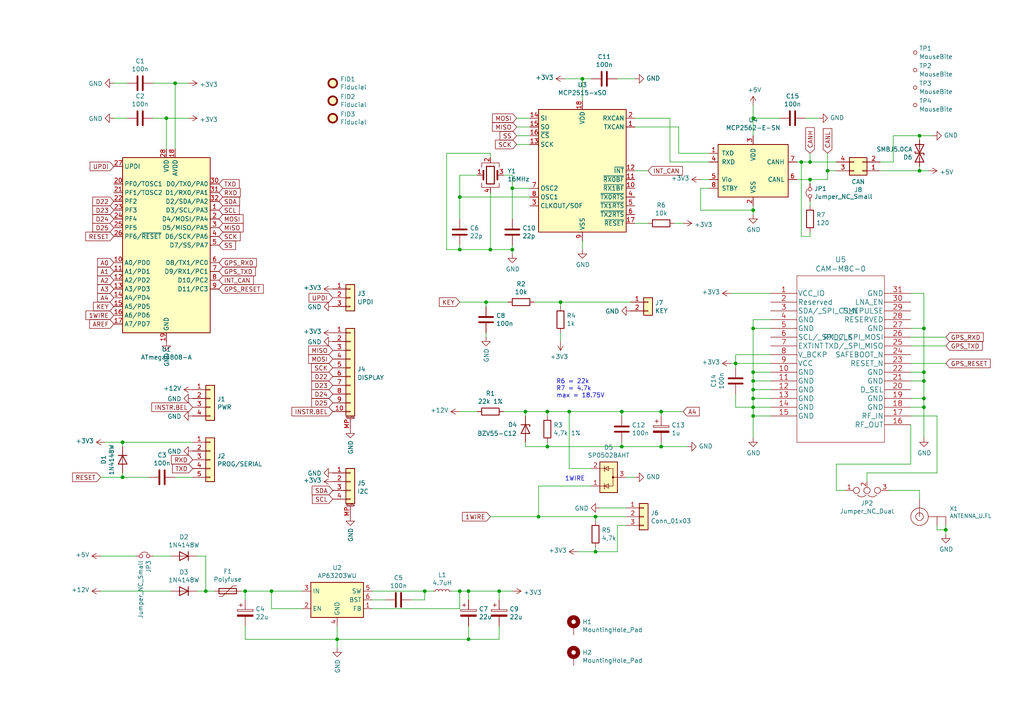
<source format=kicad_sch>
(kicad_sch (version 20230121) (generator eeschema)
  (paper "A4")
  (title_block (title "CAN Display") (date "2021-03-12") (rev "0.5.1") (company "fiz-o-matic"))
  (junction (at 191.77 119.38))
  (junction (at 218.44 34.29))
  (junction (at 165.1 119.38))
  (junction (at 97.79 185.42))
  (junction (at 218.44 60.96))
  (junction (at 144.78 171.45))
  (junction (at 267.97 107.95))
  (junction (at 158.75 129.54))
  (junction (at 191.77 129.54))
  (junction (at 168.91 22.86))
  (junction (at 148.59 72.39))
  (junction (at 274.32 153.67))
  (junction (at 234.95 52.07))
  (junction (at 123.19 171.45))
  (junction (at 135.89 185.42))
  (junction (at 218.44 115.57))
  (junction (at 267.97 118.11))
  (junction (at 218.44 95.25))
  (junction (at 135.89 171.45))
  (junction (at 133.35 72.39))
  (junction (at 162.56 87.63))
  (junction (at 35.56 128.27))
  (junction (at 71.12 171.45))
  (junction (at 267.97 95.25))
  (junction (at 218.44 107.95))
  (junction (at 152.4 119.38))
  (junction (at 267.97 110.49))
  (junction (at 156.21 149.86))
  (junction (at 142.24 72.39))
  (junction (at 48.26 34.29))
  (junction (at 133.35 171.45))
  (junction (at 78.74 171.45))
  (junction (at 213.36 105.41))
  (junction (at 172.72 160.02))
  (junction (at 266.7 39.37))
  (junction (at 50.8 24.13))
  (junction (at 180.34 119.38))
  (junction (at 158.75 119.38))
  (junction (at 133.35 57.15))
  (junction (at 232.41 46.99))
  (junction (at 180.34 129.54))
  (junction (at 218.44 113.03))
  (junction (at 172.72 149.86))
  (junction (at 148.59 54.61))
  (junction (at 234.95 46.99))
  (junction (at 240.03 49.53))
  (junction (at 218.44 110.49))
  (junction (at 218.44 120.65))
  (junction (at 59.69 171.45))
  (junction (at 267.97 115.57))
  (junction (at 140.97 87.63))
  (junction (at 218.44 118.11))
  (junction (at 35.56 138.43))
  (junction (at 266.7 49.53))
  (wire (pts (xy 196.85 44.45) (xy 205.74 44.45)))
  (wire (pts (xy 29.21 161.29) (xy 39.37 161.29)))
  (wire (pts (xy 35.56 137.16) (xy 35.56 138.43)))
  (wire (pts (xy 142.24 55.88) (xy 142.24 72.39)))
  (wire (pts (xy 148.59 50.8) (xy 148.59 54.61)))
  (wire (pts (xy 257.81 142.24) (xy 266.7 142.24)))
  (wire (pts (xy 234.95 46.99) (xy 242.57 46.99)))
  (wire (pts (xy 97.79 185.42) (xy 135.89 185.42)))
  (wire (pts (xy 133.35 176.53) (xy 133.35 171.45)))
  (wire (pts (xy 142.24 149.86) (xy 156.21 149.86)))
  (wire (pts (xy 35.56 138.43) (xy 43.18 138.43)))
  (wire (pts (xy 259.08 46.99) (xy 259.08 39.37)))
  (wire (pts (xy 267.97 110.49) (xy 267.97 115.57)))
  (wire (pts (xy 264.16 110.49) (xy 267.97 110.49)))
  (wire (pts (xy 271.78 153.67) (xy 274.32 153.67)))
  (wire (pts (xy 156.21 149.86) (xy 156.21 140.97)))
  (wire (pts (xy 163.83 22.86) (xy 168.91 22.86)))
  (wire (pts (xy 149.86 41.91) (xy 153.67 41.91)))
  (wire (pts (xy 123.19 173.99) (xy 123.19 171.45)))
  (wire (pts (xy 162.56 96.52) (xy 162.56 99.06)))
  (wire (pts (xy 264.16 118.11) (xy 267.97 118.11)))
  (wire (pts (xy 133.35 57.15) (xy 153.67 57.15)))
  (wire (pts (xy 149.86 39.37) (xy 153.67 39.37)))
  (wire (pts (xy 203.2 60.96) (xy 218.44 60.96)))
  (wire (pts (xy 259.08 39.37) (xy 266.7 39.37)))
  (wire (pts (xy 271.78 137.16) (xy 271.78 120.65)))
  (wire (pts (xy 172.72 149.86) (xy 181.61 149.86)))
  (wire (pts (xy 213.36 105.41) (xy 213.36 106.68)))
  (wire (pts (xy 172.72 151.13) (xy 172.72 149.86)))
  (wire (pts (xy 213.36 114.3) (xy 213.36 118.11)))
  (wire (pts (xy 152.4 120.65) (xy 152.4 119.38)))
  (wire (pts (xy 271.78 120.65) (xy 264.16 120.65)))
  (wire (pts (xy 154.94 87.63) (xy 162.56 87.63)))
  (wire (pts (xy 59.69 171.45) (xy 62.23 171.45)))
  (wire (pts (xy 144.78 185.42) (xy 144.78 181.61)))
  (wire (pts (xy 133.35 119.38) (xy 138.43 119.38)))
  (wire (pts (xy 242.57 134.62) (xy 242.57 142.24)))
  (wire (pts (xy 165.1 135.89) (xy 171.45 135.89)))
  (wire (pts (xy 266.7 40.64) (xy 266.7 39.37)))
  (wire (pts (xy 195.58 64.77) (xy 198.12 64.77)))
  (wire (pts (xy 30.48 128.27) (xy 35.56 128.27)))
  (wire (pts (xy 44.45 24.13) (xy 50.8 24.13)))
  (wire (pts (xy 142.24 44.45) (xy 129.54 44.45)))
  (wire (pts (xy 213.36 105.41) (xy 212.09 105.41)))
  (wire (pts (xy 218.44 92.71) (xy 218.44 95.25)))
  (wire (pts (xy 264.16 123.19) (xy 264.16 134.62)))
  (wire (pts (xy 158.75 120.65) (xy 158.75 119.38)))
  (wire (pts (xy 71.12 171.45) (xy 78.74 171.45)))
  (wire (pts (xy 148.59 54.61) (xy 153.67 54.61)))
  (wire (pts (xy 269.24 49.53) (xy 266.7 49.53)))
  (wire (pts (xy 148.59 63.5) (xy 148.59 54.61)))
  (wire (pts (xy 267.97 118.11) (xy 267.97 127)))
  (wire (pts (xy 264.16 115.57) (xy 267.97 115.57)))
  (wire (pts (xy 203.2 52.07) (xy 205.74 52.07)))
  (wire (pts (xy 223.52 120.65) (xy 218.44 120.65)))
  (wire (pts (xy 233.68 34.29) (xy 237.49 34.29)))
  (wire (pts (xy 213.36 102.87) (xy 223.52 102.87)))
  (wire (pts (xy 218.44 107.95) (xy 218.44 110.49)))
  (wire (pts (xy 191.77 119.38) (xy 198.12 119.38)))
  (wire (pts (xy 50.8 24.13) (xy 50.8 43.18)))
  (wire (pts (xy 274.32 152.4) (xy 274.32 153.67)))
  (wire (pts (xy 218.44 120.65) (xy 218.44 127)))
  (wire (pts (xy 33.02 24.13) (xy 36.83 24.13)))
  (wire (pts (xy 78.74 176.53) (xy 78.74 171.45)))
  (wire (pts (xy 50.8 138.43) (xy 55.88 138.43)))
  (wire (pts (xy 156.21 149.86) (xy 172.72 149.86)))
  (wire (pts (xy 234.95 68.58) (xy 234.95 67.31)))
  (wire (pts (xy 172.72 158.75) (xy 172.72 160.02)))
  (wire (pts (xy 146.05 50.8) (xy 148.59 50.8)))
  (wire (pts (xy 148.59 72.39) (xy 148.59 73.66)))
  (wire (pts (xy 184.15 49.53) (xy 187.96 49.53)))
  (wire (pts (xy 194.31 46.99) (xy 205.74 46.99)))
  (wire (pts (xy 172.72 160.02) (xy 179.07 160.02)))
  (wire (pts (xy 203.2 54.61) (xy 203.2 60.96)))
  (wire (pts (xy 71.12 171.45) (xy 71.12 173.99)))
  (wire (pts (xy 129.54 72.39) (xy 133.35 72.39)))
  (wire (pts (xy 223.52 105.41) (xy 213.36 105.41)))
  (wire (pts (xy 133.35 63.5) (xy 133.35 57.15)))
  (wire (pts (xy 167.64 160.02) (xy 172.72 160.02)))
  (wire (pts (xy 223.52 118.11) (xy 218.44 118.11)))
  (wire (pts (xy 232.41 46.99) (xy 234.95 46.99)))
  (wire (pts (xy 218.44 113.03) (xy 218.44 115.57)))
  (wire (pts (xy 251.46 139.7) (xy 251.46 137.16)))
  (wire (pts (xy 264.16 95.25) (xy 267.97 95.25)))
  (wire (pts (xy 194.31 34.29) (xy 194.31 46.99)))
  (wire (pts (xy 133.35 171.45) (xy 130.81 171.45)))
  (wire (pts (xy 264.16 134.62) (xy 242.57 134.62)))
  (wire (pts (xy 35.56 128.27) (xy 55.88 128.27)))
  (wire (pts (xy 168.91 69.85) (xy 168.91 72.39)))
  (wire (pts (xy 184.15 64.77) (xy 187.96 64.77)))
  (wire (pts (xy 149.86 36.83) (xy 153.67 36.83)))
  (wire (pts (xy 133.35 171.45) (xy 135.89 171.45)))
  (wire (pts (xy 232.41 46.99) (xy 232.41 68.58)))
  (wire (pts (xy 218.44 95.25) (xy 218.44 107.95)))
  (wire (pts (xy 240.03 52.07) (xy 240.03 49.53)))
  (wire (pts (xy 180.34 128.27) (xy 180.34 129.54)))
  (wire (pts (xy 152.4 128.27) (xy 152.4 129.54)))
  (wire (pts (xy 242.57 142.24) (xy 245.11 142.24)))
  (wire (pts (xy 158.75 128.27) (xy 158.75 129.54)))
  (wire (pts (xy 48.26 34.29) (xy 54.61 34.29)))
  (wire (pts (xy 97.79 185.42) (xy 97.79 187.96)))
  (wire (pts (xy 44.45 34.29) (xy 48.26 34.29)))
  (wire (pts (xy 234.95 59.69) (xy 234.95 58.42)))
  (wire (pts (xy 158.75 129.54) (xy 180.34 129.54)))
  (wire (pts (xy 180.34 120.65) (xy 180.34 119.38)))
  (wire (pts (xy 179.07 22.86) (xy 184.15 22.86)))
  (wire (pts (xy 180.34 119.38) (xy 191.77 119.38)))
  (wire (pts (xy 223.52 115.57) (xy 218.44 115.57)))
  (wire (pts (xy 162.56 88.9) (xy 162.56 87.63)))
  (wire (pts (xy 135.89 181.61) (xy 135.89 185.42)))
  (wire (pts (xy 191.77 120.65) (xy 191.77 119.38)))
  (wire (pts (xy 140.97 88.9) (xy 140.97 87.63)))
  (wire (pts (xy 152.4 129.54) (xy 158.75 129.54)))
  (wire (pts (xy 173.99 147.32) (xy 181.61 147.32)))
  (wire (pts (xy 168.91 29.21) (xy 168.91 22.86)))
  (wire (pts (xy 158.75 119.38) (xy 165.1 119.38)))
  (wire (pts (xy 266.7 39.37) (xy 270.51 39.37)))
  (wire (pts (xy 212.09 85.09) (xy 223.52 85.09)))
  (wire (pts (xy 266.7 48.26) (xy 266.7 49.53)))
  (wire (pts (xy 266.7 142.24) (xy 266.7 144.78)))
  (wire (pts (xy 142.24 72.39) (xy 148.59 72.39)))
  (wire (pts (xy 205.74 54.61) (xy 203.2 54.61)))
  (wire (pts (xy 234.95 52.07) (xy 240.03 52.07)))
  (wire (pts (xy 171.45 22.86) (xy 168.91 22.86)))
  (wire (pts (xy 223.52 113.03) (xy 218.44 113.03)))
  (wire (pts (xy 107.95 173.99) (xy 111.76 173.99)))
  (wire (pts (xy 240.03 44.45) (xy 240.03 49.53)))
  (wire (pts (xy 218.44 30.48) (xy 218.44 34.29)))
  (wire (pts (xy 69.85 171.45) (xy 71.12 171.45)))
  (wire (pts (xy 231.14 52.07) (xy 234.95 52.07)))
  (wire (pts (xy 196.85 36.83) (xy 196.85 44.45)))
  (wire (pts (xy 107.95 176.53) (xy 133.35 176.53)))
  (wire (pts (xy 162.56 87.63) (xy 182.88 87.63)))
  (wire (pts (xy 33.02 34.29) (xy 36.83 34.29)))
  (wire (pts (xy 152.4 119.38) (xy 158.75 119.38)))
  (wire (pts (xy 264.16 85.09) (xy 267.97 85.09)))
  (wire (pts (xy 135.89 171.45) (xy 144.78 171.45)))
  (wire (pts (xy 78.74 171.45) (xy 87.63 171.45)))
  (wire (pts (xy 29.21 138.43) (xy 35.56 138.43)))
  (wire (pts (xy 223.52 107.95) (xy 218.44 107.95)))
  (wire (pts (xy 133.35 87.63) (xy 140.97 87.63)))
  (wire (pts (xy 267.97 107.95) (xy 267.97 110.49)))
  (wire (pts (xy 213.36 118.11) (xy 218.44 118.11)))
  (wire (pts (xy 218.44 60.96) (xy 218.44 62.23)))
  (wire (pts (xy 180.34 129.54) (xy 191.77 129.54)))
  (wire (pts (xy 274.32 100.33) (xy 264.16 100.33)))
  (wire (pts (xy 218.44 110.49) (xy 218.44 113.03)))
  (wire (pts (xy 232.41 68.58) (xy 234.95 68.58)))
  (wire (pts (xy 184.15 36.83) (xy 196.85 36.83)))
  (wire (pts (xy 129.54 44.45) (xy 129.54 72.39)))
  (wire (pts (xy 267.97 85.09) (xy 267.97 95.25)))
  (wire (pts (xy 142.24 45.72) (xy 142.24 44.45)))
  (wire (pts (xy 123.19 171.45) (xy 125.73 171.45)))
  (wire (pts (xy 57.15 171.45) (xy 59.69 171.45)))
  (wire (pts (xy 71.12 181.61) (xy 71.12 185.42)))
  (wire (pts (xy 181.61 138.43) (xy 184.15 138.43)))
  (wire (pts (xy 107.95 171.45) (xy 123.19 171.45)))
  (wire (pts (xy 255.27 46.99) (xy 259.08 46.99)))
  (wire (pts (xy 35.56 129.54) (xy 35.56 128.27)))
  (wire (pts (xy 271.78 152.4) (xy 271.78 153.67)))
  (wire (pts (xy 213.36 105.41) (xy 213.36 102.87)))
  (wire (pts (xy 87.63 176.53) (xy 78.74 176.53)))
  (wire (pts (xy 267.97 115.57) (xy 267.97 118.11)))
  (wire (pts (xy 234.95 44.45) (xy 234.95 46.99)))
  (wire (pts (xy 119.38 173.99) (xy 123.19 173.99)))
  (wire (pts (xy 165.1 119.38) (xy 180.34 119.38)))
  (wire (pts (xy 144.78 171.45) (xy 148.59 171.45)))
  (wire (pts (xy 140.97 87.63) (xy 147.32 87.63)))
  (wire (pts (xy 240.03 49.53) (xy 242.57 49.53)))
  (wire (pts (xy 140.97 96.52) (xy 140.97 97.79)))
  (wire (pts (xy 191.77 129.54) (xy 199.39 129.54)))
  (wire (pts (xy 57.15 161.29) (xy 59.69 161.29)))
  (wire (pts (xy 179.07 160.02) (xy 179.07 152.4)))
  (wire (pts (xy 146.05 119.38) (xy 152.4 119.38)))
  (wire (pts (xy 274.32 97.79) (xy 264.16 97.79)))
  (wire (pts (xy 251.46 137.16) (xy 271.78 137.16)))
  (wire (pts (xy 71.12 185.42) (xy 97.79 185.42)))
  (wire (pts (xy 156.21 140.97) (xy 171.45 140.97)))
  (wire (pts (xy 218.44 118.11) (xy 218.44 120.65)))
  (wire (pts (xy 264.16 107.95) (xy 267.97 107.95)))
  (wire (pts (xy 223.52 110.49) (xy 218.44 110.49)))
  (wire (pts (xy 48.26 34.29) (xy 48.26 43.18)))
  (wire (pts (xy 138.43 50.8) (xy 133.35 50.8)))
  (wire (pts (xy 135.89 171.45) (xy 135.89 173.99)))
  (wire (pts (xy 274.32 153.67) (xy 274.32 154.94)))
  (wire (pts (xy 133.35 50.8) (xy 133.35 57.15)))
  (wire (pts (xy 274.32 105.41) (xy 264.16 105.41)))
  (wire (pts (xy 144.78 171.45) (xy 144.78 173.99)))
  (wire (pts (xy 223.52 95.25) (xy 218.44 95.25)))
  (wire (pts (xy 149.86 34.29) (xy 153.67 34.29)))
  (wire (pts (xy 191.77 128.27) (xy 191.77 129.54)))
  (wire (pts (xy 255.27 49.53) (xy 266.7 49.53)))
  (wire (pts (xy 218.44 59.69) (xy 218.44 60.96)))
  (wire (pts (xy 218.44 115.57) (xy 218.44 118.11)))
  (wire (pts (xy 97.79 181.61) (xy 97.79 185.42)))
  (wire (pts (xy 231.14 46.99) (xy 232.41 46.99)))
  (wire (pts (xy 148.59 71.12) (xy 148.59 72.39)))
  (wire (pts (xy 223.52 92.71) (xy 218.44 92.71)))
  (wire (pts (xy 135.89 185.42) (xy 144.78 185.42)))
  (wire (pts (xy 165.1 119.38) (xy 165.1 135.89)))
  (wire (pts (xy 59.69 161.29) (xy 59.69 171.45)))
  (wire (pts (xy 234.95 53.34) (xy 234.95 52.07)))
  (wire (pts (xy 50.8 24.13) (xy 54.61 24.13)))
  (wire (pts (xy 218.44 34.29) (xy 218.44 39.37)))
  (wire (pts (xy 133.35 72.39) (xy 142.24 72.39)))
  (wire (pts (xy 44.45 161.29) (xy 49.53 161.29)))
  (wire (pts (xy 133.35 71.12) (xy 133.35 72.39)))
  (wire (pts (xy 29.21 171.45) (xy 49.53 171.45)))
  (wire (pts (xy 267.97 95.25) (xy 267.97 107.95)))
  (wire (pts (xy 226.06 34.29) (xy 218.44 34.29)))
  (wire (pts (xy 179.07 152.4) (xy 181.61 152.4)))
  (wire (pts (xy 184.15 34.29) (xy 194.31 34.29)))
  (text "1WIRE" (at 163.83 139.7 0) (effects (font (size 1.27 1.27)) (justify left bottom)))
  (text "R6 = 22k\nR7 = 4.7k\nmax = 18.75V" (at 161.29 115.57 0) (effects (font (size 1.27 1.27)) (justify left bottom)))
  (global_label "1WIRE" (shape input) (at 142.24 149.86 180) (property "Intersheetrefs" "${INTERSHEET_REFS}" (effects hide)))
  (global_label "MISO" (shape input) (at 149.86 36.83 180) (property "Intersheetrefs" "${INTERSHEET_REFS}" (effects hide)))
  (global_label "MISO" (shape input) (at 96.52 101.6 180) (property "Intersheetrefs" "${INTERSHEET_REFS}" (effects hide)))
  (global_label "RXD" (shape input) (at 63.5 55.88 0) (property "Intersheetrefs" "${INTERSHEET_REFS}" (effects hide)))
  (global_label "UPDI" (shape input) (at 33.02 48.26 180) (property "Intersheetrefs" "${INTERSHEET_REFS}" (effects hide)))
  (global_label "KEY" (shape input) (at 133.35 87.63 180) (property "Intersheetrefs" "${INTERSHEET_REFS}" (effects hide)))
  (global_label "INT_CAN" (shape input) (at 63.5 81.28 0) (property "Intersheetrefs" "${INTERSHEET_REFS}" (effects hide)))
  (global_label "TXD" (shape input) (at 55.88 135.89 180) (property "Intersheetrefs" "${INTERSHEET_REFS}" (effects hide)))
  (global_label "RESET" (shape input) (at 33.02 68.58 180) (property "Intersheetrefs" "${INTERSHEET_REFS}" (effects hide)))
  (global_label "INSTR.BEL" (shape input) (at 96.52 119.38 180) (property "Intersheetrefs" "${INTERSHEET_REFS}" (effects hide)))
  (global_label "A4" (shape input) (at 198.12 119.38 0) (property "Intersheetrefs" "${INTERSHEET_REFS}" (effects hide)))
  (global_label "AREF" (shape input) (at 33.02 93.98 180) (property "Intersheetrefs" "${INTERSHEET_REFS}" (effects hide)))
  (global_label "D23" (shape input) (at 96.52 111.76 180) (property "Intersheetrefs" "${INTERSHEET_REFS}" (effects hide)))
  (global_label "SS" (shape input) (at 149.86 39.37 180) (property "Intersheetrefs" "${INTERSHEET_REFS}" (effects hide)))
  (global_label "MOSI" (shape input) (at 96.52 104.14 180) (property "Intersheetrefs" "${INTERSHEET_REFS}" (effects hide)))
  (global_label "D25" (shape input) (at 96.52 116.84 180) (property "Intersheetrefs" "${INTERSHEET_REFS}" (effects hide)))
  (global_label "A0" (shape input) (at 33.02 76.2 180) (property "Intersheetrefs" "${INTERSHEET_REFS}" (effects hide)))
  (global_label "MISO" (shape input) (at 63.5 66.04 0) (property "Intersheetrefs" "${INTERSHEET_REFS}" (effects hide)))
  (global_label "SCL" (shape input) (at 96.52 144.78 180) (property "Intersheetrefs" "${INTERSHEET_REFS}" (effects hide)))
  (global_label "A4" (shape input) (at 33.02 86.36 180) (property "Intersheetrefs" "${INTERSHEET_REFS}" (effects hide)))
  (global_label "D24" (shape input) (at 33.02 63.5 180) (property "Intersheetrefs" "${INTERSHEET_REFS}" (effects hide)))
  (global_label "D24" (shape input) (at 96.52 114.3 180) (property "Intersheetrefs" "${INTERSHEET_REFS}" (effects hide)))
  (global_label "SDA" (shape input) (at 63.5 58.42 0) (property "Intersheetrefs" "${INTERSHEET_REFS}" (effects hide)))
  (global_label "INT_CAN" (shape input) (at 187.96 49.53 0) (property "Intersheetrefs" "${INTERSHEET_REFS}" (effects hide)))
  (global_label "1WIRE" (shape input) (at 33.02 91.44 180) (property "Intersheetrefs" "${INTERSHEET_REFS}" (effects hide)))
  (global_label "SCL" (shape input) (at 63.5 60.96 0) (property "Intersheetrefs" "${INTERSHEET_REFS}" (effects hide)))
  (global_label "A3" (shape input) (at 33.02 83.82 180) (property "Intersheetrefs" "${INTERSHEET_REFS}" (effects hide)))
  (global_label "MOSI" (shape input) (at 149.86 34.29 180) (property "Intersheetrefs" "${INTERSHEET_REFS}" (effects hide)))
  (global_label "SCK" (shape input) (at 63.5 68.58 0) (property "Intersheetrefs" "${INTERSHEET_REFS}" (effects hide)))
  (global_label "SS" (shape input) (at 63.5 71.12 0) (property "Intersheetrefs" "${INTERSHEET_REFS}" (effects hide)))
  (global_label "UPDI" (shape input) (at 96.52 86.36 180) (property "Intersheetrefs" "${INTERSHEET_REFS}" (effects hide)))
  (global_label "SCK" (shape input) (at 149.86 41.91 180) (property "Intersheetrefs" "${INTERSHEET_REFS}" (effects hide)))
  (global_label "GPS_RXD" (shape input) (at 63.5 76.2 0) (property "Intersheetrefs" "${INTERSHEET_REFS}" (effects hide)))
  (global_label "D22" (shape input) (at 33.02 58.42 180) (property "Intersheetrefs" "${INTERSHEET_REFS}" (effects hide)))
  (global_label "CANL" (shape input) (at 240.03 44.45 90) (property "Intersheetrefs" "${INTERSHEET_REFS}" (effects hide)))
  (global_label "D22" (shape input) (at 96.52 109.22 180) (property "Intersheetrefs" "${INTERSHEET_REFS}" (effects hide)))
  (global_label "GPS_RESET" (shape input) (at 274.32 105.41 0) (property "Intersheetrefs" "${INTERSHEET_REFS}" (effects hide)))
  (global_label "RESET" (shape input) (at 29.21 138.43 180) (property "Intersheetrefs" "${INTERSHEET_REFS}" (effects hide)))
  (global_label "GPS_RESET" (shape input) (at 63.5 83.82 0) (property "Intersheetrefs" "${INTERSHEET_REFS}" (effects hide)))
  (global_label "TXD" (shape input) (at 63.5 53.34 0) (property "Intersheetrefs" "${INTERSHEET_REFS}" (effects hide)))
  (global_label "GPS_TXD" (shape input) (at 274.32 100.33 0) (property "Intersheetrefs" "${INTERSHEET_REFS}" (effects hide)))
  (global_label "SCK" (shape input) (at 96.52 106.68 180) (property "Intersheetrefs" "${INTERSHEET_REFS}" (effects hide)))
  (global_label "A1" (shape input) (at 33.02 78.74 180) (property "Intersheetrefs" "${INTERSHEET_REFS}" (effects hide)))
  (global_label "GPS_TXD" (shape input) (at 63.5 78.74 0) (property "Intersheetrefs" "${INTERSHEET_REFS}" (effects hide)))
  (global_label "CANH" (shape input) (at 234.95 44.45 90) (property "Intersheetrefs" "${INTERSHEET_REFS}" (effects hide)))
  (global_label "D23" (shape input) (at 33.02 60.96 180) (property "Intersheetrefs" "${INTERSHEET_REFS}" (effects hide)))
  (global_label "KEY" (shape input) (at 33.02 88.9 180) (property "Intersheetrefs" "${INTERSHEET_REFS}" (effects hide)))
  (global_label "RXD" (shape input) (at 55.88 133.35 180) (property "Intersheetrefs" "${INTERSHEET_REFS}" (effects hide)))
  (global_label "GPS_RXD" (shape input) (at 274.32 97.79 0) (property "Intersheetrefs" "${INTERSHEET_REFS}" (effects hide)))
  (global_label "D25" (shape input) (at 33.02 66.04 180) (property "Intersheetrefs" "${INTERSHEET_REFS}" (effects hide)))
  (global_label "MOSI" (shape input) (at 63.5 63.5 0) (property "Intersheetrefs" "${INTERSHEET_REFS}" (effects hide)))
  (global_label "A2" (shape input) (at 33.02 81.28 180) (property "Intersheetrefs" "${INTERSHEET_REFS}" (effects hide)))
  (global_label "INSTR.BEL" (shape input) (at 55.88 118.11 180) (property "Intersheetrefs" "${INTERSHEET_REFS}" (effects hide)))
  (global_label "SDA" (shape input) (at 96.52 142.24 180) (property "Intersheetrefs" "${INTERSHEET_REFS}" (effects hide)))
  (symbol (lib_id "Device:C") (at 148.59 67.31 0) (unit 1)
    (property "Reference" "C10" (at 151.511 66.1416 0) (effects (justify left)))
    (property "Value" "22p" (at 151.511 68.453 0) (effects (justify left)))
    (property "Footprint" "Capacitor_SMD:C_0805_2012Metric_Pad1.18x1.45mm_HandSolder" (effects hide))
  )
  (symbol (lib_id "Device:C") (at 133.35 67.31 0) (unit 1)
    (property "Reference" "C6" (at 136.271 66.1416 0) (effects (justify left)))
    (property "Value" "22p" (at 136.271 68.453 0) (effects (justify left)))
    (property "Footprint" "Capacitor_SMD:C_0805_2012Metric_Pad1.18x1.45mm_HandSolder" (effects hide))
  )
  (symbol (lib_id "power:+5V") (at 218.44 30.48 0) (unit 1)
    (property "Reference" "#PWR039" (effects hide))
    (property "Value" "+5V" (at 218.821 26.0858 0))
  )
  (symbol (lib_id "power:GND") (at 218.44 62.23 0) (unit 1)
    (property "Reference" "#PWR040" (effects hide))
    (property "Value" "GND" (at 218.567 66.6242 0))
  )
  (symbol (lib_id "power:GND") (at 168.91 72.39 0) (unit 1)
    (property "Reference" "#PWR029" (effects hide))
    (property "Value" "GND" (at 169.037 76.7842 0))
  )
  (symbol (lib_id "power:GND") (at 148.59 73.66 0) (unit 1)
    (property "Reference" "#PWR024" (effects hide))
    (property "Value" "GND" (at 148.717 78.0542 0))
  )
  (symbol (lib_id "Device:R") (at 234.95 63.5 0) (unit 1)
    (property "Reference" "R7" (at 236.728 62.3316 0) (effects (justify left)))
    (property "Value" "120" (at 236.728 64.643 0) (effects (justify left)))
    (property "Footprint" "Resistor_SMD:R_0805_2012Metric_Pad1.20x1.40mm_HandSolder" (effects hide))
  )
  (symbol (lib_id "SmartDisplay-rescue:Jumper_NC_Small-Device") (at 234.95 55.88 90) (unit 1)
    (property "Reference" "JP1" (at 236.1438 54.7116 90) (effects (justify right)))
    (property "Value" "Jumper_NC_Small" (at 236.1438 57.023 90) (effects (justify right)))
    (property "Footprint" "Jumper:SolderJumper-2_P1.3mm_Open_RoundedPad1.0x1.5mm" (effects hide))
  )
  (symbol (lib_id "Device:C") (at 46.99 138.43 270) (unit 1)
    (property "Reference" "C3" (at 46.99 132.0292 90))
    (property "Value" "100n" (at 46.99 134.3406 90))
    (property "Footprint" "Capacitor_SMD:C_0805_2012Metric_Pad1.18x1.45mm_HandSolder" (effects hide))
    (property "Preis" "0,02" (effects hide))
  )
  (symbol (lib_id "power:+5V") (at 269.24 49.53 270) (unit 1)
    (property "Reference" "#PWR044" (effects hide))
    (property "Value" "+5V" (at 272.4912 49.911 90) (effects (justify left)))
  )
  (symbol (lib_id "power:+12V") (at 55.88 113.03 90) (unit 1)
    (property "Reference" "#PWR09" (effects hide))
    (property "Value" "+12V" (at 52.6288 112.649 90) (effects (justify left)))
  )
  (symbol (lib_id "Device:C") (at 229.87 34.29 270) (unit 1)
    (property "Reference" "C15" (at 229.87 27.8892 90))
    (property "Value" "100n" (at 229.87 30.2006 90))
    (property "Footprint" "Capacitor_SMD:C_0805_2012Metric_Pad1.18x1.45mm_HandSolder" (effects hide))
    (property "Preis" "0,02" (effects hide))
  )
  (symbol (lib_id "Device:C") (at 175.26 22.86 270) (unit 1)
    (property "Reference" "C11" (at 175.26 16.4592 90))
    (property "Value" "100n" (at 175.26 18.7706 90))
    (property "Footprint" "Capacitor_SMD:C_0805_2012Metric_Pad1.18x1.45mm_HandSolder" (effects hide))
    (property "Preis" "0,02" (effects hide))
  )
  (symbol (lib_id "Device:C") (at 40.64 34.29 270) (unit 1)
    (property "Reference" "C2" (at 40.64 27.8892 90))
    (property "Value" "100n" (at 40.64 30.2006 90))
    (property "Footprint" "Capacitor_SMD:C_0805_2012Metric_Pad1.18x1.45mm_HandSolder" (effects hide))
    (property "Preis" "0,02" (effects hide))
  )
  (symbol (lib_id "power:GND") (at 48.26 99.06 0) (unit 1)
    (property "Reference" "#PWR06" (effects hide))
    (property "Value" "GND" (at 48.387 102.3112 90) (effects (justify right)))
  )
  (symbol (lib_id "power:GND") (at 184.15 22.86 90) (unit 1)
    (property "Reference" "#PWR032" (effects hide))
    (property "Value" "GND" (at 187.4012 22.733 90) (effects (justify right)))
  )
  (symbol (lib_id "power:GND") (at 237.49 34.29 90) (unit 1)
    (property "Reference" "#PWR042" (effects hide))
    (property "Value" "GND" (at 240.7412 34.163 90) (effects (justify right)))
  )
  (symbol (lib_id "power:GND") (at 55.88 120.65 270) (unit 1)
    (property "Reference" "#PWR011" (effects hide))
    (property "Value" "GND" (at 52.6288 120.777 90) (effects (justify right)))
  )
  (symbol (lib_id "Connector_Generic:Conn_02x02_Top_Bottom") (at 250.19 49.53 180) (unit 1)
    (property "Reference" "J8" (at 248.92 55.0418 0))
    (property "Value" "CAN" (at 248.92 52.7304 0))
    (property "Footprint" "Connector_Molex:Molex_Micro-Fit_3.0_43045-0412_2x02_P3.00mm_Vertical" (effects hide))
  )
  (symbol (lib_id "power:GND") (at 173.99 147.32 270) (unit 1)
    (property "Reference" "#PWR030" (effects hide))
    (property "Value" "GND" (at 170.7388 147.447 90) (effects (justify right)))
  )
  (symbol (lib_id "Device:R") (at 172.72 154.94 0) (unit 1)
    (property "Reference" "R5" (at 174.498 153.7716 0) (effects (justify left)))
    (property "Value" "4,7k" (at 174.498 156.083 0) (effects (justify left)))
    (property "Footprint" "Resistor_SMD:R_0805_2012Metric_Pad1.20x1.40mm_HandSolder" (effects hide))
  )
  (symbol (lib_id "Interface_CAN_LIN:MCP2562-E-SN") (at 218.44 49.53 0) (unit 1)
    (property "Reference" "U4" (at 218.44 34.7726 0))
    (property "Value" "MCP2562-E-SN" (at 218.44 37.084 0))
    (property "Footprint" "Package_SO:SOIC-8_3.9x4.9mm_P1.27mm" (effects hide))
    (property "Datasheet" "http://ww1.microchip.com/downloads/en/DeviceDoc/25167A.pdf" (effects hide))
    (property "Preis" "1,2" (effects hide))
  )
  (symbol (lib_id "Device:R") (at 191.77 64.77 270) (unit 1)
    (property "Reference" "R6" (at 191.77 59.5122 90))
    (property "Value" "10k" (at 191.77 61.8236 90))
    (property "Footprint" "Resistor_SMD:R_0805_2012Metric_Pad1.20x1.40mm_HandSolder" (effects hide))
  )
  (symbol (lib_id "Mechanical:MountingHole_Pad") (at 166.37 181.61 0) (unit 1)
    (property "Reference" "H1" (at 168.91 180.3654 0) (effects (justify left)))
    (property "Value" "MountingHole_Pad" (at 168.91 182.6768 0) (effects (justify left)))
    (property "Footprint" "MountingHole:MountingHole_2.2mm_M2" (effects hide))
  )
  (symbol (lib_id "Mechanical:MountingHole_Pad") (at 166.37 190.5 0) (unit 1)
    (property "Reference" "H2" (at 168.91 189.2554 0) (effects (justify left)))
    (property "Value" "MountingHole_Pad" (at 168.91 191.5668 0) (effects (justify left)))
    (property "Footprint" "MountingHole:MountingHole_2.2mm_M2" (effects hide))
  )
  (symbol (lib_id "Device:C") (at 140.97 92.71 0) (unit 1)
    (property "Reference" "C8" (at 143.891 91.5416 0) (effects (justify left)))
    (property "Value" "100n" (at 143.891 93.853 0) (effects (justify left)))
    (property "Footprint" "Capacitor_SMD:C_0805_2012Metric_Pad1.18x1.45mm_HandSolder" (effects hide))
    (property "Preis" "0,02" (effects hide))
  )
  (symbol (lib_id "Device:R") (at 151.13 87.63 270) (unit 1)
    (property "Reference" "R2" (at 151.13 82.3722 90))
    (property "Value" "10k" (at 151.13 84.6836 90))
    (property "Footprint" "Resistor_SMD:R_0805_2012Metric_Pad1.20x1.40mm_HandSolder" (effects hide))
  )
  (symbol (lib_id "Device:R") (at 162.56 92.71 0) (unit 1)
    (property "Reference" "R4" (at 164.338 91.5416 0) (effects (justify left)))
    (property "Value" "1k" (at 164.338 93.853 0) (effects (justify left)))
    (property "Footprint" "Resistor_SMD:R_0805_2012Metric_Pad1.20x1.40mm_HandSolder" (effects hide))
  )
  (symbol (lib_id "power:GND") (at 140.97 97.79 0) (unit 1)
    (property "Reference" "#PWR023" (effects hide))
    (property "Value" "GND" (at 141.097 101.0412 90) (effects (justify right)))
  )
  (symbol (lib_id "Device:R") (at 142.24 119.38 270) (unit 1)
    (property "Reference" "R1" (at 142.24 114.1222 90))
    (property "Value" "22k 1%" (at 142.24 116.4336 90))
    (property "Footprint" "Resistor_SMD:R_0805_2012Metric_Pad1.20x1.40mm_HandSolder" (effects hide))
  )
  (symbol (lib_id "Device:R") (at 158.75 124.46 0) (unit 1)
    (property "Reference" "R3" (at 160.528 123.2916 0) (effects (justify left)))
    (property "Value" "4,7k 1%" (at 160.528 125.603 0) (effects (justify left)))
    (property "Footprint" "Resistor_SMD:R_0805_2012Metric_Pad1.20x1.40mm_HandSolder" (effects hide))
  )
  (symbol (lib_id "Device:C") (at 180.34 124.46 0) (unit 1)
    (property "Reference" "C12" (at 183.261 123.2916 0) (effects (justify left)))
    (property "Value" "100n" (at 183.261 125.603 0) (effects (justify left)))
    (property "Footprint" "Capacitor_SMD:C_0805_2012Metric_Pad1.18x1.45mm_HandSolder" (effects hide))
    (property "Preis" "0,02" (effects hide))
  )
  (symbol (lib_id "SmartDisplay-rescue:CP-Device") (at 191.77 124.46 0) (unit 1)
    (property "Reference" "C13" (at 194.7672 123.2916 0) (effects (justify left)))
    (property "Value" "1u" (at 194.7672 125.603 0) (effects (justify left)))
    (property "Footprint" "Capacitor_SMD:C_1206_3216Metric_Pad1.33x1.80mm_HandSolder" (effects hide))
    (property "Preis" "0,22" (effects hide))
  )
  (symbol (lib_id "Device:D_Zener") (at 152.4 124.46 270) (unit 1)
    (property "Reference" "D4" (at 147.32 123.19 90) (effects (justify left)))
    (property "Value" "BZV55-C12" (at 138.43 125.73 90) (effects (justify left)))
    (property "Footprint" "Diode_SMD:D_MiniMELF" (effects hide))
    (property "MPN" "BZV55-C12,115" (effects hide))
    (property "Preis" "0,05" (effects hide))
  )
  (symbol (lib_id "power:GND") (at 199.39 129.54 90) (unit 1)
    (property "Reference" "#PWR035" (effects hide))
    (property "Value" "GND" (at 202.6412 129.413 90) (effects (justify right)))
  )
  (symbol (lib_id "power:GND") (at 55.88 115.57 270) (unit 1)
    (property "Reference" "#PWR010" (effects hide))
    (property "Value" "GND" (at 52.6288 115.697 90) (effects (justify right)))
  )
  (symbol (lib_id "power:GND") (at 182.88 90.17 270) (unit 1)
    (property "Reference" "#PWR031" (effects hide))
    (property "Value" "GND" (at 179.6288 90.297 90) (effects (justify right)))
  )
  (symbol (lib_id "Device:D_TVS") (at 266.7 44.45 90) (unit 1)
    (property "Reference" "D6" (at 264.668 45.6184 90) (effects (justify left)))
    (property "Value" "SMBJ5.0CA" (at 264.668 43.307 90) (effects (justify left)))
    (property "Footprint" "Diode_SMD:D_SMB" (effects hide))
    (property "Reichelt" "P6SMB 5,0CA SMD" (effects hide))
    (property "Preis" "0,35" (effects hide))
  )
  (symbol (lib_id "power:GND") (at 270.51 39.37 90) (unit 1)
    (property "Reference" "#PWR045" (effects hide))
    (property "Value" "GND" (at 273.7612 39.243 90) (effects (justify right)))
  )
  (symbol (lib_id "Connector_Generic:Conn_01x05") (at 60.96 133.35 0) (unit 1)
    (property "Reference" "J2" (at 62.992 132.2832 0) (effects (justify left)))
    (property "Value" "PROG/SERIAL" (at 62.992 134.5946 0) (effects (justify left)))
    (property "Footprint" "Connector_JST:JST_XH_B5B-XH-A_1x05_P2.50mm_Vertical" (effects hide))
  )
  (symbol (lib_id "power:GND") (at 55.88 130.81 270) (unit 1)
    (property "Reference" "#PWR012" (effects hide))
    (property "Value" "GND" (at 52.6288 130.937 90) (effects (justify right)))
  )
  (symbol (lib_id "power:GND") (at 96.52 88.9 270) (unit 1)
    (property "Reference" "#PWR014" (effects hide))
    (property "Value" "GND" (at 93.2688 89.027 90) (effects (justify right)))
  )
  (symbol (lib_id "power:GND") (at 96.52 99.06 270) (unit 1)
    (property "Reference" "#PWR016" (effects hide))
    (property "Value" "GND" (at 93.2688 99.187 90) (effects (justify right)))
  )
  (symbol (lib_id "power:+12V") (at 133.35 119.38 90) (unit 1)
    (property "Reference" "#PWR022" (effects hide))
    (property "Value" "+12V" (at 130.0988 118.999 90) (effects (justify left)))
  )
  (symbol (lib_id "Connector_Generic:Conn_01x04") (at 60.96 115.57 0) (unit 1)
    (property "Reference" "J1" (at 62.992 115.7732 0) (effects (justify left)))
    (property "Value" "PWR" (at 62.992 118.0846 0) (effects (justify left)))
    (property "Footprint" "Connector_JST:JST_XH_B4B-XH-A_1x04_P2.50mm_Vertical" (effects hide))
  )
  (symbol (lib_id "Connector_Generic:Conn_01x02") (at 187.96 87.63 0) (unit 1)
    (property "Reference" "J7" (at 189.992 87.8332 0) (effects (justify left)))
    (property "Value" "KEY" (at 189.992 90.1446 0) (effects (justify left)))
    (property "Footprint" "Connector_JST:JST_XH_B2B-XH-A_1x02_P2.50mm_Vertical" (effects hide))
  )
  (symbol (lib_id "Device:Crystal_GND24") (at 142.24 50.8 0) (unit 1)
    (property "Reference" "Y1" (at 147.1676 49.6316 0) (effects (justify left)))
    (property "Value" "16MHz" (at 147.1676 51.943 0) (effects (justify left)))
    (property "Footprint" "Crystal:Crystal_SMD_EuroQuartz_MJ-4Pin_5.0x3.2mm" (effects hide))
    (property "Reichelt" "16,000000-MJ" (effects hide))
    (property "Preis" "1" (effects hide))
  )
  (symbol (lib_id "Interface_CAN_LIN:MCP2515-xSO") (at 168.91 49.53 0) (unit 1)
    (property "Reference" "U3" (at 168.91 24.6126 0))
    (property "Value" "MCP2515-xSO" (at 168.91 26.924 0))
    (property "Footprint" "Package_SO:SOIC-18W_7.5x11.6mm_P1.27mm" (effects hide))
    (property "Datasheet" "http://ww1.microchip.com/downloads/en/DeviceDoc/21801e.pdf" (effects hide))
    (property "Preis" "2,3" (effects hide))
  )
  (symbol (lib_id "power:+12V") (at 29.21 171.45 90) (unit 1)
    (property "Reference" "#PWR02" (effects hide))
    (property "Value" "+12V" (at 25.9588 171.069 90) (effects (justify left)))
  )
  (symbol (lib_id "power:GND") (at 97.79 187.96 0) (unit 1)
    (property "Reference" "#PWR019" (effects hide))
    (property "Value" "GND" (at 97.917 191.2112 90) (effects (justify right)))
  )
  (symbol (lib_id "SmartDisplay-rescue:ATmega4808-A-fiz-o-matic") (at 48.26 71.12 0) (unit 1)
    (property "Reference" "U1" (at 48.26 101.3206 0))
    (property "Value" "ATmega4808-A" (at 48.26 103.632 0))
    (property "Footprint" "Package_QFP:TQFP-32_7x7mm_P0.8mm" (effects hide))
    (property "Datasheet" "http://ww1.microchip.com/downloads/en/DeviceDoc/40002017A.pdf" (effects hide))
    (property "Preis" "1,6" (effects hide))
  )
  (symbol (lib_id "Device:C") (at 40.64 24.13 270) (unit 1)
    (property "Reference" "C1" (at 40.64 17.7292 90))
    (property "Value" "100n" (at 40.64 20.0406 90))
    (property "Footprint" "Capacitor_SMD:C_0805_2012Metric_Pad1.18x1.45mm_HandSolder" (effects hide))
    (property "Preis" "0,02" (effects hide))
  )
  (symbol (lib_id "power:GND") (at 33.02 24.13 270) (unit 1)
    (property "Reference" "#PWR04" (effects hide))
    (property "Value" "GND" (at 29.7688 24.257 90) (effects (justify right)))
  )
  (symbol (lib_id "power:GND") (at 33.02 34.29 270) (unit 1)
    (property "Reference" "#PWR05" (effects hide))
    (property "Value" "GND" (at 29.7688 34.417 90) (effects (justify right)))
  )
  (symbol (lib_id "Device:Polyfuse") (at 66.04 171.45 270) (unit 1)
    (property "Reference" "F1" (at 66.04 165.735 90))
    (property "Value" "Polyfuse" (at 66.04 168.0464 90))
    (property "Footprint" "Fuse:Fuse_1210_3225Metric_Pad1.42x2.65mm_HandSolder" (effects hide))
  )
  (symbol (lib_id "Mechanical:Fiducial") (at 96.52 24.13 0) (unit 1)
    (property "Reference" "FID1" (at 98.679 22.9616 0) (effects (justify left)))
    (property "Value" "Fiducial" (at 98.679 25.273 0) (effects (justify left)))
    (property "Footprint" "Fiducial:Fiducial_0.5mm_Mask1mm" (effects hide))
  )
  (symbol (lib_id "Mechanical:Fiducial") (at 96.52 29.21 0) (unit 1)
    (property "Reference" "FID2" (at 98.679 28.0416 0) (effects (justify left)))
    (property "Value" "Fiducial" (at 98.679 30.353 0) (effects (justify left)))
    (property "Footprint" "Fiducial:Fiducial_0.5mm_Mask1mm" (effects hide))
  )
  (symbol (lib_id "Mechanical:Fiducial") (at 96.52 34.29 0) (unit 1)
    (property "Reference" "FID3" (at 98.679 33.1216 0) (effects (justify left)))
    (property "Value" "Fiducial" (at 98.679 35.433 0) (effects (justify left)))
    (property "Footprint" "Fiducial:Fiducial_0.5mm_Mask1mm" (effects hide))
  )
  (symbol (lib_id "SmartDisplay-rescue:ANTENNA_U.FL-fiz-o-matic") (at 266.7 149.86 90) (unit 1)
    (property "Reference" "X1" (at 275.4376 147.5232 90) (effects (font (size 1.143 1.143)) (justify right)))
    (property "Value" "ANTENNA_U.FL" (at 275.4376 149.6568 90) (effects (font (size 1.143 1.143)) (justify right)))
    (property "Footprint" "Connector_Coaxial:U.FL_Molex_MCRF_73412-0110_Vertical" (effects hide))
  )
  (symbol (lib_id "SmartDisplay-rescue:Jumper_NC_Dual-Device") (at 251.46 142.24 0) (mirror x) (unit 1)
    (property "Reference" "JP2" (at 251.46 145.9738 0))
    (property "Value" "Jumper_NC_Dual" (at 251.46 148.2852 0))
    (property "Footprint" "Jumper:SolderJumper-3_P1.3mm_Bridged12_RoundedPad1.0x1.5mm" (effects hide))
  )
  (symbol (lib_id "power:GND") (at 274.32 154.94 0) (unit 1)
    (property "Reference" "#PWR046" (effects hide))
    (property "Value" "GND" (at 274.447 159.3342 0))
  )
  (symbol (lib_id "power:GND") (at 184.15 138.43 90) (unit 1)
    (property "Reference" "#PWR033" (effects hide))
    (property "Value" "GND" (at 187.4012 138.303 90) (effects (justify right)))
  )
  (symbol (lib_id "Power_Protection:SP0502BAHT") (at 176.53 138.43 90) (unit 1)
    (property "Reference" "D5" (at 176.53 129.7432 90))
    (property "Value" "SP0502BAHT" (at 176.53 132.0546 90))
    (property "Footprint" "Package_TO_SOT_SMD:SOT-23" (effects hide))
    (property "Datasheet" "http://www.littelfuse.com/~/media/files/littelfuse/technical%20resources/documents/data%20sheets/sp05xxba.pdf" (effects hide))
    (property "Preis" "0,61" (effects hide))
  )
  (symbol (lib_id "Diode:1N4148W") (at 53.34 161.29 180) (unit 1)
    (property "Reference" "D2" (at 53.34 155.7782 0))
    (property "Value" "1N4148W" (at 53.34 158.0896 0))
    (property "Footprint" "Diode_SMD:D_SOD-123" (effects hide))
    (property "Datasheet" "https://www.vishay.com/docs/85748/1n4148w.pdf" (effects hide))
    (property "Preis" "0,05" (effects hide))
  )
  (symbol (lib_id "Diode:1N4148W") (at 53.34 171.45 180) (unit 1)
    (property "Reference" "D3" (at 53.34 165.9382 0))
    (property "Value" "1N4148W" (at 53.34 168.2496 0))
    (property "Footprint" "Diode_SMD:D_SOD-123" (effects hide))
    (property "Datasheet" "https://www.vishay.com/docs/85748/1n4148w.pdf" (effects hide))
    (property "Preis" "0,05" (effects hide))
  )
  (symbol (lib_id "Regulator_Switching:AP63203WU") (at 97.79 173.99 0) (unit 1)
    (property "Reference" "U2" (at 97.79 164.6682 0))
    (property "Value" "AP63203WU" (at 97.79 166.9796 0))
    (property "Footprint" "Package_TO_SOT_SMD:TSOT-23-6" (effects hide))
    (property "Datasheet" "https://www.diodes.com/assets/Datasheets/AP63200-AP63201-AP63203-AP63205.pdf" (effects hide))
    (property "Preis" "0,6" (effects hide))
  )
  (symbol (lib_id "Device:C") (at 115.57 173.99 270) (unit 1)
    (property "Reference" "C5" (at 115.57 167.5892 90))
    (property "Value" "100n" (at 115.57 169.9006 90))
    (property "Footprint" "Capacitor_SMD:C_0805_2012Metric_Pad1.18x1.45mm_HandSolder" (effects hide))
    (property "Preis" "0,02" (effects hide))
  )
  (symbol (lib_id "SmartDisplay-rescue:CP-Device") (at 135.89 177.8 0) (unit 1)
    (property "Reference" "C7" (at 138.8872 176.6316 0) (effects (justify left)))
    (property "Value" "22u" (at 138.8872 178.943 0) (effects (justify left)))
    (property "Footprint" "Capacitor_SMD:CP_Elec_4x3.9" (effects hide))
  )
  (symbol (lib_id "SmartDisplay-rescue:CP-Device") (at 71.12 177.8 0) (unit 1)
    (property "Reference" "C4" (at 74.1172 176.6316 0) (effects (justify left)))
    (property "Value" "22u" (at 74.1172 178.943 0) (effects (justify left)))
    (property "Footprint" "Capacitor_SMD:CP_Elec_5x3.9" (effects hide))
  )
  (symbol (lib_id "SmartDisplay-rescue:CP-Device") (at 144.78 177.8 0) (unit 1)
    (property "Reference" "C9" (at 147.7772 176.6316 0) (effects (justify left)))
    (property "Value" "22u" (at 147.7772 178.943 0) (effects (justify left)))
    (property "Footprint" "Capacitor_SMD:CP_Elec_4x3.9" (effects hide))
  )
  (symbol (lib_id "Device:L_Small") (at 128.27 171.45 90) (unit 1)
    (property "Reference" "L1" (at 128.27 166.751 90))
    (property "Value" "4.7uH" (at 128.27 169.0624 90))
    (property "Footprint" "Inductor_SMD:L_1206_3216Metric" (effects hide))
  )
  (symbol (lib_id "SmartDisplay-rescue:+3.3V-power") (at 148.59 171.45 270) (unit 1)
    (property "Reference" "#PWR025" (effects hide))
    (property "Value" "+3.3V" (at 151.8412 171.831 90) (effects (justify left)))
  )
  (symbol (lib_id "SmartDisplay-rescue:+3.3V-power") (at 163.83 22.86 90) (unit 1)
    (property "Reference" "#PWR027" (effects hide))
    (property "Value" "+3.3V" (at 160.5788 22.479 90) (effects (justify left)))
  )
  (symbol (lib_id "SmartDisplay-rescue:+3.3V-power") (at 54.61 24.13 270) (unit 1)
    (property "Reference" "#PWR07" (effects hide))
    (property "Value" "+3.3V" (at 57.8612 24.511 90) (effects (justify left)))
  )
  (symbol (lib_id "SmartDisplay-rescue:+3.3V-power") (at 54.61 34.29 270) (unit 1)
    (property "Reference" "#PWR08" (effects hide))
    (property "Value" "+3.3V" (at 57.8612 34.671 90) (effects (justify left)))
  )
  (symbol (lib_id "2023-01-16_17-19-58:CAM-M8C-0") (at 223.52 85.09 0) (unit 1)
    (property "Reference" "U5" (at 243.84 75.2602 0) (effects (font (size 1.524 1.524))))
    (property "Value" "CAM-M8C-0" (at 243.84 77.9526 0) (effects (font (size 1.524 1.524))))
    (property "Footprint" "ublox_CAM_M8C:CAM-M8C-0" (effects hide))
    (property "Preis" "25" (effects hide))
  )
  (symbol (lib_id "power:GND") (at 218.44 127 0) (unit 1)
    (property "Reference" "#PWR041" (effects hide))
    (property "Value" "GND" (at 218.567 131.3942 0))
  )
  (symbol (lib_id "SmartDisplay-rescue:+3.3V-power") (at 212.09 105.41 90) (unit 1)
    (property "Reference" "#PWR038" (effects hide))
    (property "Value" "+3.3V" (at 208.8388 105.029 90) (effects (justify left)))
  )
  (symbol (lib_id "SmartDisplay-rescue:+3.3V-power") (at 212.09 85.09 90) (unit 1)
    (property "Reference" "#PWR037" (effects hide))
    (property "Value" "+3.3V" (at 208.8388 84.709 90) (effects (justify left)))
  )
  (symbol (lib_id "Connector_Generic:Conn_01x03") (at 186.69 149.86 0) (unit 1)
    (property "Reference" "J6" (at 188.722 148.7932 0) (effects (justify left)))
    (property "Value" "Conn_01x03" (at 188.722 151.1046 0) (effects (justify left)))
    (property "Footprint" "Connector_Molex:Molex_Micro-Fit_3.0_43650-0315_1x03_P3.00mm_Vertical" (effects hide))
  )
  (symbol (lib_id "SmartDisplay-rescue:+3.3V-power") (at 162.56 99.06 180) (unit 1)
    (property "Reference" "#PWR026" (effects hide))
    (property "Value" "+3.3V" (at 162.179 103.4542 0))
  )
  (symbol (lib_id "SmartDisplay-rescue:+3.3V-power") (at 167.64 160.02 90) (unit 1)
    (property "Reference" "#PWR028" (effects hide))
    (property "Value" "+3.3V" (at 164.3888 159.639 90) (effects (justify left)))
  )
  (symbol (lib_id "power:+5V") (at 29.21 161.29 90) (unit 1)
    (property "Reference" "#PWR01" (effects hide))
    (property "Value" "+5V" (at 25.9588 160.909 90) (effects (justify left)))
  )
  (symbol (lib_id "Device:C") (at 213.36 110.49 0) (unit 1)
    (property "Reference" "C14" (at 206.9592 110.49 90))
    (property "Value" "100n" (at 209.2706 110.49 90))
    (property "Footprint" "Capacitor_SMD:C_0805_2012Metric_Pad1.18x1.45mm_HandSolder" (effects hide))
    (property "Preis" "0,02" (effects hide))
  )
  (symbol (lib_id "power:GND") (at 267.97 127 0) (unit 1)
    (property "Reference" "#PWR043" (effects hide))
    (property "Value" "GND" (at 268.097 131.3942 0))
  )
  (symbol (lib_id "SmartDisplay-rescue:+3.3V-power") (at 203.2 52.07 90) (unit 1)
    (property "Reference" "#PWR036" (effects hide))
    (property "Value" "+3.3V" (at 199.9488 51.689 90) (effects (justify left)))
  )
  (symbol (lib_id "SmartDisplay-rescue:+3.3V-power") (at 96.52 83.82 90) (unit 1)
    (property "Reference" "#PWR013" (effects hide))
    (property "Value" "+3.3V" (at 93.2688 83.439 90) (effects (justify left)))
  )
  (symbol (lib_id "SmartDisplay-rescue:+3.3V-power") (at 30.48 128.27 90) (unit 1)
    (property "Reference" "#PWR03" (effects hide))
    (property "Value" "+3.3V" (at 27.2288 127.889 90) (effects (justify left)))
  )
  (symbol (lib_id "SmartDisplay-rescue:+3.3V-power") (at 198.12 64.77 270) (unit 1)
    (property "Reference" "#PWR034" (effects hide))
    (property "Value" "+3.3V" (at 201.3712 65.151 90) (effects (justify left)))
  )
  (symbol (lib_id "Connector:TestPoint_Small") (at 265.43 25.4 0) (unit 1)
    (property "Reference" "TP3" (at 266.573 24.1879 0) (effects (justify left)))
    (property "Value" "MouseBite" (at 266.573 26.6121 0) (effects (justify left)))
    (property "Footprint" "fiz-o-matic:mouse-bite-1mm-slot" (effects hide))
  )
  (symbol (lib_id "SmartDisplay-rescue:+3.3V-power") (at 96.52 96.52 90) (unit 1)
    (property "Reference" "#PWR015" (effects hide))
    (property "Value" "+3.3V" (at 93.2688 96.139 90) (effects (justify left)))
  )
  (symbol (lib_id "Connector_Generic_MountingPin:Conn_01x10_MountingPin") (at 101.6 106.68 0) (unit 1)
    (property "Reference" "J4" (at 103.632 107.0935 0) (effects (justify left)))
    (property "Value" "DISPLAY" (at 103.632 109.5177 0) (effects (justify left)))
    (property "Footprint" "Connector_JST:JST_SH_BM10B-SRSS-TB_1x10-1MP_P1.00mm_Vertical" (effects hide))
  )
  (symbol (lib_id "power:GND") (at 101.6 149.86 0) (unit 1)
    (property "Reference" "#PWR021" (effects hide))
    (property "Value" "GND" (at 101.727 153.1112 90) (effects (justify right)))
  )
  (symbol (lib_id "power:GND") (at 101.6 124.46 0) (unit 1)
    (property "Reference" "#PWR020" (effects hide))
    (property "Value" "GND" (at 101.727 127.7112 90) (effects (justify right)))
  )
  (symbol (lib_id "Connector_Generic_MountingPin:Conn_01x04_MountingPin") (at 101.6 139.7 0) (unit 1)
    (property "Reference" "J5" (at 103.632 140.1135 0) (effects (justify left)))
    (property "Value" "I2C" (at 103.632 142.5377 0) (effects (justify left)))
    (property "Footprint" "Connector_JST:JST_SH_BM04B-SRSS-TB_1x04-1MP_P1.00mm_Vertical" (effects hide))
  )
  (symbol (lib_id "Connector:TestPoint_Small") (at 265.43 15.24 0) (unit 1)
    (property "Reference" "TP1" (at 266.573 14.0279 0) (effects (justify left)))
    (property "Value" "MouseBite" (at 266.573 16.4521 0) (effects (justify left)))
    (property "Footprint" "fiz-o-matic:mouse-bite-1mm-slot" (effects hide))
  )
  (symbol (lib_id "power:GND") (at 96.52 137.16 270) (unit 1)
    (property "Reference" "#PWR017" (effects hide))
    (property "Value" "GND" (at 93.2688 137.287 90) (effects (justify right)))
  )
  (symbol (lib_id "Diode:1N4148W") (at 35.56 133.35 270) (unit 1)
    (property "Reference" "D1" (at 30.0482 133.35 0))
    (property "Value" "1N4148W" (at 32.3596 133.35 0))
    (property "Footprint" "Diode_SMD:D_SOD-123" (effects hide))
    (property "Datasheet" "https://www.vishay.com/docs/85748/1n4148w.pdf" (effects hide))
    (property "Preis" "0,05" (effects hide))
  )
  (symbol (lib_id "SmartDisplay-rescue:Jumper_NC_Small-Device") (at 41.91 161.29 0) (unit 1)
    (property "Reference" "JP3" (at 43.0784 162.4838 90) (effects (justify right)))
    (property "Value" "Jumper_NC_Small" (at 40.767 162.4838 90) (effects (justify right)))
    (property "Footprint" "Jumper:SolderJumper-2_P1.3mm_Open_RoundedPad1.0x1.5mm" (effects hide))
  )
  (symbol (lib_id "Connector:TestPoint_Small") (at 265.43 30.48 0) (unit 1)
    (property "Reference" "TP4" (at 266.573 29.2679 0) (effects (justify left)))
    (property "Value" "MouseBite" (at 266.573 31.6921 0) (effects (justify left)))
    (property "Footprint" "fiz-o-matic:mouse-bite-1mm-slot" (effects hide))
  )
  (symbol (lib_id "SmartDisplay-rescue:+3.3V-power") (at 96.52 139.7 90) (unit 1)
    (property "Reference" "#PWR018" (effects hide))
    (property "Value" "+3.3V" (at 93.2688 139.319 90) (effects (justify left)))
  )
  (symbol (lib_id "Connector_Generic:Conn_01x03") (at 101.6 86.36 0) (unit 1)
    (property "Reference" "J3" (at 103.632 85.1479 0) (effects (justify left)))
    (property "Value" "UPDI" (at 103.632 87.5721 0) (effects (justify left)))
    (property "Footprint" "Connector_PinHeader_2.54mm:PinHeader_1x03_P2.54mm_Vertical" (effects hide))
  )
  (symbol (lib_id "Connector:TestPoint_Small") (at 265.43 20.32 0) (unit 1)
    (property "Reference" "TP2" (at 266.573 19.1079 0) (effects (justify left)))
    (property "Value" "MouseBite" (at 266.573 21.5321 0) (effects (justify left)))
    (property "Footprint" "fiz-o-matic:mouse-bite-1mm-slot" (effects hide))
  )
)
</source>
